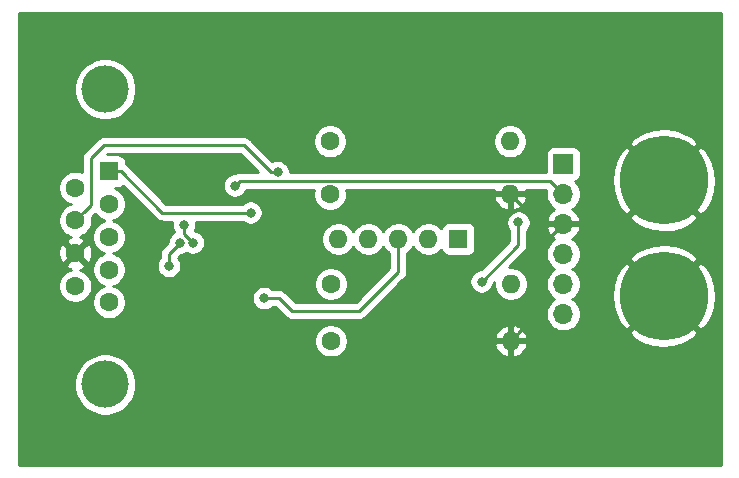
<source format=gbr>
G04 #@! TF.GenerationSoftware,KiCad,Pcbnew,(5.1.5-0-10_14)*
G04 #@! TF.CreationDate,2020-10-19T13:07:17+11:00*
G04 #@! TF.ProjectId,Atari-Tandy Joystick Adapter,41746172-692d-4546-916e-6479204a6f79,rev?*
G04 #@! TF.SameCoordinates,Original*
G04 #@! TF.FileFunction,Copper,L2,Bot*
G04 #@! TF.FilePolarity,Positive*
%FSLAX46Y46*%
G04 Gerber Fmt 4.6, Leading zero omitted, Abs format (unit mm)*
G04 Created by KiCad (PCBNEW (5.1.5-0-10_14)) date 2020-10-19 13:07:17*
%MOMM*%
%LPD*%
G04 APERTURE LIST*
%ADD10O,1.600000X1.600000*%
%ADD11R,1.600000X1.600000*%
%ADD12C,7.500000*%
%ADD13C,1.600000*%
%ADD14C,4.000000*%
%ADD15O,1.700000X1.700000*%
%ADD16R,1.700000X1.700000*%
%ADD17C,0.800000*%
%ADD18C,0.250000*%
%ADD19C,0.254000*%
G04 APERTURE END LIST*
D10*
X79883000Y-53721000D03*
X82423000Y-53721000D03*
X84963000Y-53721000D03*
X87503000Y-53721000D03*
D11*
X90043000Y-53721000D03*
D12*
X107442000Y-58547000D03*
X107442000Y-48768000D03*
D10*
X94488000Y-62357000D03*
D13*
X79248000Y-62357000D03*
D10*
X94488000Y-57531000D03*
D13*
X79248000Y-57531000D03*
D10*
X94424500Y-49911000D03*
D13*
X79184500Y-49911000D03*
D10*
X94424500Y-45466000D03*
D13*
X79184500Y-45466000D03*
D14*
X60152000Y-66046000D03*
X60152000Y-41046000D03*
D13*
X57612000Y-57701000D03*
X57612000Y-54931000D03*
X57612000Y-52161000D03*
X57612000Y-49391000D03*
X60452000Y-59086000D03*
X60452000Y-56316000D03*
X60452000Y-53546000D03*
X60452000Y-50776000D03*
D11*
X60452000Y-48006000D03*
D15*
X98933000Y-60071000D03*
X98933000Y-57531000D03*
X98933000Y-54991000D03*
X98933000Y-52451000D03*
X98933000Y-49911000D03*
D16*
X98933000Y-47371000D03*
D17*
X74739500Y-48060999D03*
X70421500Y-58674000D03*
X71120000Y-49212500D03*
X92011500Y-57340500D03*
X95123000Y-52324000D03*
X65532000Y-56007000D03*
X66484500Y-54038500D03*
X73596500Y-58737500D03*
X66802000Y-52514500D03*
X67564000Y-54038500D03*
X72453500Y-51498500D03*
D18*
X58411999Y-51361001D02*
X57612000Y-52161000D01*
X74173815Y-48060999D02*
X71896316Y-45783500D01*
X60007500Y-45783500D02*
X58928000Y-46863000D01*
X71896316Y-45783500D02*
X60007500Y-45783500D01*
X58928000Y-46863000D02*
X58928000Y-50845000D01*
X58928000Y-50845000D02*
X58411999Y-51361001D01*
X74739500Y-48060999D02*
X74173815Y-48060999D01*
X103759000Y-52451000D02*
X107442000Y-48768000D01*
X103692001Y-54797001D02*
X103692001Y-52701501D01*
X107442000Y-58547000D02*
X103692001Y-54797001D01*
X103505000Y-52514500D02*
X103759000Y-52451000D01*
X103692001Y-52701501D02*
X103505000Y-52514500D01*
X98933000Y-52451000D02*
X103505000Y-52514500D01*
X96964500Y-52451000D02*
X94424500Y-49911000D01*
X98933000Y-52451000D02*
X96964500Y-52451000D01*
X95287999Y-61557001D02*
X94488000Y-62357000D01*
X96710500Y-60134500D02*
X95287999Y-61557001D01*
X96710500Y-54673500D02*
X96710500Y-60134500D01*
X98933000Y-52451000D02*
X96710500Y-54673500D01*
X71564500Y-59817000D02*
X70421500Y-58674000D01*
X71691500Y-59944000D02*
X71564500Y-59817000D01*
X75501500Y-63754000D02*
X71564500Y-59817000D01*
X82423000Y-63754000D02*
X75501500Y-63754000D01*
X83820000Y-62357000D02*
X82423000Y-63754000D01*
X94488000Y-62357000D02*
X83820000Y-62357000D01*
X97807999Y-48785999D02*
X71582499Y-48785999D01*
X98933000Y-49911000D02*
X97807999Y-48785999D01*
X71546501Y-48785999D02*
X71120000Y-49212500D01*
X71582499Y-48785999D02*
X71546501Y-48785999D01*
X92011500Y-57340500D02*
X95123000Y-54229000D01*
X95123000Y-54229000D02*
X95123000Y-52324000D01*
X65532000Y-54991000D02*
X66484500Y-54038500D01*
X65532000Y-56007000D02*
X65532000Y-54991000D01*
X73596500Y-58737500D02*
X74866500Y-58737500D01*
X74866500Y-58737500D02*
X75946000Y-59817000D01*
X75946000Y-59817000D02*
X81661000Y-59817000D01*
X84963000Y-56515000D02*
X84963000Y-53721000D01*
X81661000Y-59817000D02*
X84963000Y-56515000D01*
X66802000Y-53276500D02*
X67564000Y-54038500D01*
X66802000Y-52514500D02*
X66802000Y-53276500D01*
X64994500Y-51498500D02*
X72453500Y-51498500D01*
X61502000Y-48006000D02*
X64994500Y-51498500D01*
X60452000Y-48006000D02*
X61502000Y-48006000D01*
D19*
G36*
X112243001Y-72873000D02*
G01*
X52857000Y-72873000D01*
X52857000Y-65786475D01*
X57517000Y-65786475D01*
X57517000Y-66305525D01*
X57618261Y-66814601D01*
X57816893Y-67294141D01*
X58105262Y-67725715D01*
X58472285Y-68092738D01*
X58903859Y-68381107D01*
X59383399Y-68579739D01*
X59892475Y-68681000D01*
X60411525Y-68681000D01*
X60920601Y-68579739D01*
X61400141Y-68381107D01*
X61831715Y-68092738D01*
X62198738Y-67725715D01*
X62487107Y-67294141D01*
X62685739Y-66814601D01*
X62787000Y-66305525D01*
X62787000Y-65786475D01*
X62685739Y-65277399D01*
X62487107Y-64797859D01*
X62198738Y-64366285D01*
X61831715Y-63999262D01*
X61400141Y-63710893D01*
X60920601Y-63512261D01*
X60411525Y-63411000D01*
X59892475Y-63411000D01*
X59383399Y-63512261D01*
X58903859Y-63710893D01*
X58472285Y-63999262D01*
X58105262Y-64366285D01*
X57816893Y-64797859D01*
X57618261Y-65277399D01*
X57517000Y-65786475D01*
X52857000Y-65786475D01*
X52857000Y-62215665D01*
X77813000Y-62215665D01*
X77813000Y-62498335D01*
X77868147Y-62775574D01*
X77976320Y-63036727D01*
X78133363Y-63271759D01*
X78333241Y-63471637D01*
X78568273Y-63628680D01*
X78829426Y-63736853D01*
X79106665Y-63792000D01*
X79389335Y-63792000D01*
X79666574Y-63736853D01*
X79927727Y-63628680D01*
X80162759Y-63471637D01*
X80362637Y-63271759D01*
X80519680Y-63036727D01*
X80627853Y-62775574D01*
X80641684Y-62706039D01*
X93096096Y-62706039D01*
X93136754Y-62840087D01*
X93256963Y-63094420D01*
X93424481Y-63320414D01*
X93632869Y-63509385D01*
X93874119Y-63654070D01*
X94138960Y-63748909D01*
X94361000Y-63627624D01*
X94361000Y-62484000D01*
X94615000Y-62484000D01*
X94615000Y-63627624D01*
X94837040Y-63748909D01*
X95101881Y-63654070D01*
X95343131Y-63509385D01*
X95551519Y-63320414D01*
X95719037Y-63094420D01*
X95839246Y-62840087D01*
X95879904Y-62706039D01*
X95757915Y-62484000D01*
X94615000Y-62484000D01*
X94361000Y-62484000D01*
X93218085Y-62484000D01*
X93096096Y-62706039D01*
X80641684Y-62706039D01*
X80683000Y-62498335D01*
X80683000Y-62215665D01*
X80641685Y-62007961D01*
X93096096Y-62007961D01*
X93218085Y-62230000D01*
X94361000Y-62230000D01*
X94361000Y-61086376D01*
X94615000Y-61086376D01*
X94615000Y-62230000D01*
X95757915Y-62230000D01*
X95879904Y-62007961D01*
X95839246Y-61873913D01*
X95728156Y-61638872D01*
X104529733Y-61638872D01*
X104955912Y-62184872D01*
X105713395Y-62599983D01*
X106537307Y-62859339D01*
X107395986Y-62952976D01*
X108256434Y-62877293D01*
X109085583Y-62635199D01*
X109851570Y-62235999D01*
X109928088Y-62184872D01*
X110354267Y-61638872D01*
X107442000Y-58726605D01*
X104529733Y-61638872D01*
X95728156Y-61638872D01*
X95719037Y-61619580D01*
X95551519Y-61393586D01*
X95343131Y-61204615D01*
X95101881Y-61059930D01*
X94837040Y-60965091D01*
X94615000Y-61086376D01*
X94361000Y-61086376D01*
X94138960Y-60965091D01*
X93874119Y-61059930D01*
X93632869Y-61204615D01*
X93424481Y-61393586D01*
X93256963Y-61619580D01*
X93136754Y-61873913D01*
X93096096Y-62007961D01*
X80641685Y-62007961D01*
X80627853Y-61938426D01*
X80519680Y-61677273D01*
X80362637Y-61442241D01*
X80162759Y-61242363D01*
X79927727Y-61085320D01*
X79666574Y-60977147D01*
X79389335Y-60922000D01*
X79106665Y-60922000D01*
X78829426Y-60977147D01*
X78568273Y-61085320D01*
X78333241Y-61242363D01*
X78133363Y-61442241D01*
X77976320Y-61677273D01*
X77868147Y-61938426D01*
X77813000Y-62215665D01*
X52857000Y-62215665D01*
X52857000Y-57559665D01*
X56177000Y-57559665D01*
X56177000Y-57842335D01*
X56232147Y-58119574D01*
X56340320Y-58380727D01*
X56497363Y-58615759D01*
X56697241Y-58815637D01*
X56932273Y-58972680D01*
X57193426Y-59080853D01*
X57470665Y-59136000D01*
X57753335Y-59136000D01*
X58030574Y-59080853D01*
X58291727Y-58972680D01*
X58526759Y-58815637D01*
X58726637Y-58615759D01*
X58883680Y-58380727D01*
X58991853Y-58119574D01*
X59047000Y-57842335D01*
X59047000Y-57559665D01*
X58991853Y-57282426D01*
X58883680Y-57021273D01*
X58726637Y-56786241D01*
X58526759Y-56586363D01*
X58291727Y-56429320D01*
X58030574Y-56321147D01*
X58002118Y-56315487D01*
X58228292Y-56234603D01*
X58353514Y-56167671D01*
X58425097Y-55923702D01*
X57612000Y-55110605D01*
X56798903Y-55923702D01*
X56870486Y-56167671D01*
X57125996Y-56288571D01*
X57228289Y-56314212D01*
X57193426Y-56321147D01*
X56932273Y-56429320D01*
X56697241Y-56586363D01*
X56497363Y-56786241D01*
X56340320Y-57021273D01*
X56232147Y-57282426D01*
X56177000Y-57559665D01*
X52857000Y-57559665D01*
X52857000Y-55001512D01*
X56171783Y-55001512D01*
X56213213Y-55281130D01*
X56308397Y-55547292D01*
X56375329Y-55672514D01*
X56619298Y-55744097D01*
X57432395Y-54931000D01*
X57791605Y-54931000D01*
X58604702Y-55744097D01*
X58848671Y-55672514D01*
X58969571Y-55417004D01*
X59038300Y-55142816D01*
X59052217Y-54860488D01*
X59010787Y-54580870D01*
X58915603Y-54314708D01*
X58848671Y-54189486D01*
X58604702Y-54117903D01*
X57791605Y-54931000D01*
X57432395Y-54931000D01*
X56619298Y-54117903D01*
X56375329Y-54189486D01*
X56254429Y-54444996D01*
X56185700Y-54719184D01*
X56171783Y-55001512D01*
X52857000Y-55001512D01*
X52857000Y-49249665D01*
X56177000Y-49249665D01*
X56177000Y-49532335D01*
X56232147Y-49809574D01*
X56340320Y-50070727D01*
X56497363Y-50305759D01*
X56697241Y-50505637D01*
X56932273Y-50662680D01*
X57193426Y-50770853D01*
X57219301Y-50776000D01*
X57193426Y-50781147D01*
X56932273Y-50889320D01*
X56697241Y-51046363D01*
X56497363Y-51246241D01*
X56340320Y-51481273D01*
X56232147Y-51742426D01*
X56177000Y-52019665D01*
X56177000Y-52302335D01*
X56232147Y-52579574D01*
X56340320Y-52840727D01*
X56497363Y-53075759D01*
X56697241Y-53275637D01*
X56932273Y-53432680D01*
X57193426Y-53540853D01*
X57221882Y-53546513D01*
X56995708Y-53627397D01*
X56870486Y-53694329D01*
X56798903Y-53938298D01*
X57612000Y-54751395D01*
X58425097Y-53938298D01*
X58353514Y-53694329D01*
X58098004Y-53573429D01*
X57995711Y-53547788D01*
X58030574Y-53540853D01*
X58291727Y-53432680D01*
X58526759Y-53275637D01*
X58726637Y-53075759D01*
X58883680Y-52840727D01*
X58991853Y-52579574D01*
X59047000Y-52302335D01*
X59047000Y-52019665D01*
X59010688Y-51837113D01*
X59265137Y-51582665D01*
X59337363Y-51690759D01*
X59537241Y-51890637D01*
X59772273Y-52047680D01*
X60033426Y-52155853D01*
X60059301Y-52161000D01*
X60033426Y-52166147D01*
X59772273Y-52274320D01*
X59537241Y-52431363D01*
X59337363Y-52631241D01*
X59180320Y-52866273D01*
X59072147Y-53127426D01*
X59017000Y-53404665D01*
X59017000Y-53687335D01*
X59072147Y-53964574D01*
X59180320Y-54225727D01*
X59337363Y-54460759D01*
X59537241Y-54660637D01*
X59772273Y-54817680D01*
X60033426Y-54925853D01*
X60059301Y-54931000D01*
X60033426Y-54936147D01*
X59772273Y-55044320D01*
X59537241Y-55201363D01*
X59337363Y-55401241D01*
X59180320Y-55636273D01*
X59072147Y-55897426D01*
X59017000Y-56174665D01*
X59017000Y-56457335D01*
X59072147Y-56734574D01*
X59180320Y-56995727D01*
X59337363Y-57230759D01*
X59537241Y-57430637D01*
X59772273Y-57587680D01*
X60033426Y-57695853D01*
X60059301Y-57701000D01*
X60033426Y-57706147D01*
X59772273Y-57814320D01*
X59537241Y-57971363D01*
X59337363Y-58171241D01*
X59180320Y-58406273D01*
X59072147Y-58667426D01*
X59017000Y-58944665D01*
X59017000Y-59227335D01*
X59072147Y-59504574D01*
X59180320Y-59765727D01*
X59337363Y-60000759D01*
X59537241Y-60200637D01*
X59772273Y-60357680D01*
X60033426Y-60465853D01*
X60310665Y-60521000D01*
X60593335Y-60521000D01*
X60870574Y-60465853D01*
X61131727Y-60357680D01*
X61366759Y-60200637D01*
X61566637Y-60000759D01*
X61723680Y-59765727D01*
X61831853Y-59504574D01*
X61887000Y-59227335D01*
X61887000Y-58944665D01*
X61831853Y-58667426D01*
X61818655Y-58635561D01*
X72561500Y-58635561D01*
X72561500Y-58839439D01*
X72601274Y-59039398D01*
X72679295Y-59227756D01*
X72792563Y-59397274D01*
X72936726Y-59541437D01*
X73106244Y-59654705D01*
X73294602Y-59732726D01*
X73494561Y-59772500D01*
X73698439Y-59772500D01*
X73898398Y-59732726D01*
X74086756Y-59654705D01*
X74256274Y-59541437D01*
X74300211Y-59497500D01*
X74551699Y-59497500D01*
X75382201Y-60328003D01*
X75405999Y-60357001D01*
X75434997Y-60380799D01*
X75521724Y-60451974D01*
X75653753Y-60522546D01*
X75797014Y-60566003D01*
X75946000Y-60580677D01*
X75983333Y-60577000D01*
X81623678Y-60577000D01*
X81661000Y-60580676D01*
X81698322Y-60577000D01*
X81698333Y-60577000D01*
X81809986Y-60566003D01*
X81953247Y-60522546D01*
X82085276Y-60451974D01*
X82201001Y-60357001D01*
X82224804Y-60327997D01*
X85314240Y-57238561D01*
X90976500Y-57238561D01*
X90976500Y-57442439D01*
X91016274Y-57642398D01*
X91094295Y-57830756D01*
X91207563Y-58000274D01*
X91351726Y-58144437D01*
X91521244Y-58257705D01*
X91709602Y-58335726D01*
X91909561Y-58375500D01*
X92113439Y-58375500D01*
X92313398Y-58335726D01*
X92501756Y-58257705D01*
X92671274Y-58144437D01*
X92815437Y-58000274D01*
X92928705Y-57830756D01*
X93006726Y-57642398D01*
X93046500Y-57442439D01*
X93046500Y-57380301D01*
X93056939Y-57369862D01*
X93053000Y-57389665D01*
X93053000Y-57672335D01*
X93108147Y-57949574D01*
X93216320Y-58210727D01*
X93373363Y-58445759D01*
X93573241Y-58645637D01*
X93808273Y-58802680D01*
X94069426Y-58910853D01*
X94346665Y-58966000D01*
X94629335Y-58966000D01*
X94906574Y-58910853D01*
X95167727Y-58802680D01*
X95402759Y-58645637D01*
X95602637Y-58445759D01*
X95759680Y-58210727D01*
X95867853Y-57949574D01*
X95923000Y-57672335D01*
X95923000Y-57389665D01*
X95867853Y-57112426D01*
X95759680Y-56851273D01*
X95602637Y-56616241D01*
X95402759Y-56416363D01*
X95167727Y-56259320D01*
X94906574Y-56151147D01*
X94629335Y-56096000D01*
X94346665Y-56096000D01*
X94326863Y-56099939D01*
X95582062Y-54844740D01*
X97448000Y-54844740D01*
X97448000Y-55137260D01*
X97505068Y-55424158D01*
X97617010Y-55694411D01*
X97779525Y-55937632D01*
X97986368Y-56144475D01*
X98160760Y-56261000D01*
X97986368Y-56377525D01*
X97779525Y-56584368D01*
X97617010Y-56827589D01*
X97505068Y-57097842D01*
X97448000Y-57384740D01*
X97448000Y-57677260D01*
X97505068Y-57964158D01*
X97617010Y-58234411D01*
X97779525Y-58477632D01*
X97986368Y-58684475D01*
X98160760Y-58801000D01*
X97986368Y-58917525D01*
X97779525Y-59124368D01*
X97617010Y-59367589D01*
X97505068Y-59637842D01*
X97448000Y-59924740D01*
X97448000Y-60217260D01*
X97505068Y-60504158D01*
X97617010Y-60774411D01*
X97779525Y-61017632D01*
X97986368Y-61224475D01*
X98229589Y-61386990D01*
X98499842Y-61498932D01*
X98786740Y-61556000D01*
X99079260Y-61556000D01*
X99366158Y-61498932D01*
X99636411Y-61386990D01*
X99879632Y-61224475D01*
X100086475Y-61017632D01*
X100248990Y-60774411D01*
X100360932Y-60504158D01*
X100418000Y-60217260D01*
X100418000Y-59924740D01*
X100360932Y-59637842D01*
X100248990Y-59367589D01*
X100086475Y-59124368D01*
X99879632Y-58917525D01*
X99705240Y-58801000D01*
X99879632Y-58684475D01*
X100063121Y-58500986D01*
X103036024Y-58500986D01*
X103111707Y-59361434D01*
X103353801Y-60190583D01*
X103753001Y-60956570D01*
X103804128Y-61033088D01*
X104350128Y-61459267D01*
X107262395Y-58547000D01*
X107621605Y-58547000D01*
X110533872Y-61459267D01*
X111079872Y-61033088D01*
X111494983Y-60275605D01*
X111754339Y-59451693D01*
X111847976Y-58593014D01*
X111772293Y-57732566D01*
X111530199Y-56903417D01*
X111130999Y-56137430D01*
X111079872Y-56060912D01*
X110533872Y-55634733D01*
X107621605Y-58547000D01*
X107262395Y-58547000D01*
X104350128Y-55634733D01*
X103804128Y-56060912D01*
X103389017Y-56818395D01*
X103129661Y-57642307D01*
X103036024Y-58500986D01*
X100063121Y-58500986D01*
X100086475Y-58477632D01*
X100248990Y-58234411D01*
X100360932Y-57964158D01*
X100418000Y-57677260D01*
X100418000Y-57384740D01*
X100360932Y-57097842D01*
X100248990Y-56827589D01*
X100086475Y-56584368D01*
X99879632Y-56377525D01*
X99705240Y-56261000D01*
X99879632Y-56144475D01*
X100086475Y-55937632D01*
X100248990Y-55694411D01*
X100348103Y-55455128D01*
X104529733Y-55455128D01*
X107442000Y-58367395D01*
X110354267Y-55455128D01*
X109928088Y-54909128D01*
X109170605Y-54494017D01*
X108346693Y-54234661D01*
X107488014Y-54141024D01*
X106627566Y-54216707D01*
X105798417Y-54458801D01*
X105032430Y-54858001D01*
X104955912Y-54909128D01*
X104529733Y-55455128D01*
X100348103Y-55455128D01*
X100360932Y-55424158D01*
X100418000Y-55137260D01*
X100418000Y-54844740D01*
X100360932Y-54557842D01*
X100248990Y-54287589D01*
X100086475Y-54044368D01*
X99879632Y-53837525D01*
X99697466Y-53715805D01*
X99814355Y-53646178D01*
X100030588Y-53451269D01*
X100204641Y-53217920D01*
X100329825Y-52955099D01*
X100374476Y-52807890D01*
X100253155Y-52578000D01*
X99060000Y-52578000D01*
X99060000Y-52598000D01*
X98806000Y-52598000D01*
X98806000Y-52578000D01*
X97612845Y-52578000D01*
X97491524Y-52807890D01*
X97536175Y-52955099D01*
X97661359Y-53217920D01*
X97835412Y-53451269D01*
X98051645Y-53646178D01*
X98168534Y-53715805D01*
X97986368Y-53837525D01*
X97779525Y-54044368D01*
X97617010Y-54287589D01*
X97505068Y-54557842D01*
X97448000Y-54844740D01*
X95582062Y-54844740D01*
X95634009Y-54792794D01*
X95663001Y-54769001D01*
X95686795Y-54740008D01*
X95686799Y-54740004D01*
X95757973Y-54653277D01*
X95757974Y-54653276D01*
X95828546Y-54521247D01*
X95872003Y-54377986D01*
X95883000Y-54266333D01*
X95883000Y-54266324D01*
X95886676Y-54229001D01*
X95883000Y-54191678D01*
X95883000Y-53027711D01*
X95926937Y-52983774D01*
X96040205Y-52814256D01*
X96118226Y-52625898D01*
X96158000Y-52425939D01*
X96158000Y-52222061D01*
X96118226Y-52022102D01*
X96040205Y-51833744D01*
X95926937Y-51664226D01*
X95782774Y-51520063D01*
X95613256Y-51406795D01*
X95424898Y-51328774D01*
X95224939Y-51289000D01*
X95021061Y-51289000D01*
X94821102Y-51328774D01*
X94632744Y-51406795D01*
X94463226Y-51520063D01*
X94319063Y-51664226D01*
X94205795Y-51833744D01*
X94127774Y-52022102D01*
X94088000Y-52222061D01*
X94088000Y-52425939D01*
X94127774Y-52625898D01*
X94205795Y-52814256D01*
X94319063Y-52983774D01*
X94363001Y-53027712D01*
X94363000Y-53914197D01*
X91971699Y-56305500D01*
X91909561Y-56305500D01*
X91709602Y-56345274D01*
X91521244Y-56423295D01*
X91351726Y-56536563D01*
X91207563Y-56680726D01*
X91094295Y-56850244D01*
X91016274Y-57038602D01*
X90976500Y-57238561D01*
X85314240Y-57238561D01*
X85474004Y-57078798D01*
X85503001Y-57055001D01*
X85597974Y-56939276D01*
X85668546Y-56807247D01*
X85712003Y-56663986D01*
X85723000Y-56552333D01*
X85723000Y-56552324D01*
X85726676Y-56515001D01*
X85723000Y-56477678D01*
X85723000Y-54939043D01*
X85877759Y-54835637D01*
X86077637Y-54635759D01*
X86233000Y-54403241D01*
X86388363Y-54635759D01*
X86588241Y-54835637D01*
X86823273Y-54992680D01*
X87084426Y-55100853D01*
X87361665Y-55156000D01*
X87644335Y-55156000D01*
X87921574Y-55100853D01*
X88182727Y-54992680D01*
X88417759Y-54835637D01*
X88616357Y-54637039D01*
X88617188Y-54645482D01*
X88653498Y-54765180D01*
X88712463Y-54875494D01*
X88791815Y-54972185D01*
X88888506Y-55051537D01*
X88998820Y-55110502D01*
X89118518Y-55146812D01*
X89243000Y-55159072D01*
X90843000Y-55159072D01*
X90967482Y-55146812D01*
X91087180Y-55110502D01*
X91197494Y-55051537D01*
X91294185Y-54972185D01*
X91373537Y-54875494D01*
X91432502Y-54765180D01*
X91468812Y-54645482D01*
X91481072Y-54521000D01*
X91481072Y-52921000D01*
X91468812Y-52796518D01*
X91432502Y-52676820D01*
X91373537Y-52566506D01*
X91294185Y-52469815D01*
X91197494Y-52390463D01*
X91087180Y-52331498D01*
X90967482Y-52295188D01*
X90843000Y-52282928D01*
X89243000Y-52282928D01*
X89118518Y-52295188D01*
X88998820Y-52331498D01*
X88888506Y-52390463D01*
X88791815Y-52469815D01*
X88712463Y-52566506D01*
X88653498Y-52676820D01*
X88617188Y-52796518D01*
X88616357Y-52804961D01*
X88417759Y-52606363D01*
X88182727Y-52449320D01*
X87921574Y-52341147D01*
X87644335Y-52286000D01*
X87361665Y-52286000D01*
X87084426Y-52341147D01*
X86823273Y-52449320D01*
X86588241Y-52606363D01*
X86388363Y-52806241D01*
X86233000Y-53038759D01*
X86077637Y-52806241D01*
X85877759Y-52606363D01*
X85642727Y-52449320D01*
X85381574Y-52341147D01*
X85104335Y-52286000D01*
X84821665Y-52286000D01*
X84544426Y-52341147D01*
X84283273Y-52449320D01*
X84048241Y-52606363D01*
X83848363Y-52806241D01*
X83693000Y-53038759D01*
X83537637Y-52806241D01*
X83337759Y-52606363D01*
X83102727Y-52449320D01*
X82841574Y-52341147D01*
X82564335Y-52286000D01*
X82281665Y-52286000D01*
X82004426Y-52341147D01*
X81743273Y-52449320D01*
X81508241Y-52606363D01*
X81308363Y-52806241D01*
X81153000Y-53038759D01*
X80997637Y-52806241D01*
X80797759Y-52606363D01*
X80562727Y-52449320D01*
X80301574Y-52341147D01*
X80024335Y-52286000D01*
X79741665Y-52286000D01*
X79464426Y-52341147D01*
X79203273Y-52449320D01*
X78968241Y-52606363D01*
X78768363Y-52806241D01*
X78611320Y-53041273D01*
X78503147Y-53302426D01*
X78448000Y-53579665D01*
X78448000Y-53862335D01*
X78503147Y-54139574D01*
X78611320Y-54400727D01*
X78768363Y-54635759D01*
X78968241Y-54835637D01*
X79203273Y-54992680D01*
X79464426Y-55100853D01*
X79741665Y-55156000D01*
X80024335Y-55156000D01*
X80301574Y-55100853D01*
X80562727Y-54992680D01*
X80797759Y-54835637D01*
X80997637Y-54635759D01*
X81153000Y-54403241D01*
X81308363Y-54635759D01*
X81508241Y-54835637D01*
X81743273Y-54992680D01*
X82004426Y-55100853D01*
X82281665Y-55156000D01*
X82564335Y-55156000D01*
X82841574Y-55100853D01*
X83102727Y-54992680D01*
X83337759Y-54835637D01*
X83537637Y-54635759D01*
X83693000Y-54403241D01*
X83848363Y-54635759D01*
X84048241Y-54835637D01*
X84203001Y-54939044D01*
X84203000Y-56200198D01*
X81346199Y-59057000D01*
X76260802Y-59057000D01*
X75430304Y-58226502D01*
X75406501Y-58197499D01*
X75290776Y-58102526D01*
X75158747Y-58031954D01*
X75015486Y-57988497D01*
X74903833Y-57977500D01*
X74903822Y-57977500D01*
X74866500Y-57973824D01*
X74829178Y-57977500D01*
X74300211Y-57977500D01*
X74256274Y-57933563D01*
X74086756Y-57820295D01*
X73898398Y-57742274D01*
X73698439Y-57702500D01*
X73494561Y-57702500D01*
X73294602Y-57742274D01*
X73106244Y-57820295D01*
X72936726Y-57933563D01*
X72792563Y-58077726D01*
X72679295Y-58247244D01*
X72601274Y-58435602D01*
X72561500Y-58635561D01*
X61818655Y-58635561D01*
X61723680Y-58406273D01*
X61566637Y-58171241D01*
X61366759Y-57971363D01*
X61131727Y-57814320D01*
X60870574Y-57706147D01*
X60844699Y-57701000D01*
X60870574Y-57695853D01*
X61131727Y-57587680D01*
X61366759Y-57430637D01*
X61407731Y-57389665D01*
X77813000Y-57389665D01*
X77813000Y-57672335D01*
X77868147Y-57949574D01*
X77976320Y-58210727D01*
X78133363Y-58445759D01*
X78333241Y-58645637D01*
X78568273Y-58802680D01*
X78829426Y-58910853D01*
X79106665Y-58966000D01*
X79389335Y-58966000D01*
X79666574Y-58910853D01*
X79927727Y-58802680D01*
X80162759Y-58645637D01*
X80362637Y-58445759D01*
X80519680Y-58210727D01*
X80627853Y-57949574D01*
X80683000Y-57672335D01*
X80683000Y-57389665D01*
X80627853Y-57112426D01*
X80519680Y-56851273D01*
X80362637Y-56616241D01*
X80162759Y-56416363D01*
X79927727Y-56259320D01*
X79666574Y-56151147D01*
X79389335Y-56096000D01*
X79106665Y-56096000D01*
X78829426Y-56151147D01*
X78568273Y-56259320D01*
X78333241Y-56416363D01*
X78133363Y-56616241D01*
X77976320Y-56851273D01*
X77868147Y-57112426D01*
X77813000Y-57389665D01*
X61407731Y-57389665D01*
X61566637Y-57230759D01*
X61723680Y-56995727D01*
X61831853Y-56734574D01*
X61887000Y-56457335D01*
X61887000Y-56174665D01*
X61831853Y-55897426D01*
X61723680Y-55636273D01*
X61566637Y-55401241D01*
X61366759Y-55201363D01*
X61131727Y-55044320D01*
X60870574Y-54936147D01*
X60844699Y-54931000D01*
X60870574Y-54925853D01*
X61131727Y-54817680D01*
X61366759Y-54660637D01*
X61566637Y-54460759D01*
X61723680Y-54225727D01*
X61831853Y-53964574D01*
X61887000Y-53687335D01*
X61887000Y-53404665D01*
X61831853Y-53127426D01*
X61723680Y-52866273D01*
X61566637Y-52631241D01*
X61366759Y-52431363D01*
X61131727Y-52274320D01*
X60870574Y-52166147D01*
X60844699Y-52161000D01*
X60870574Y-52155853D01*
X61131727Y-52047680D01*
X61366759Y-51890637D01*
X61566637Y-51690759D01*
X61723680Y-51455727D01*
X61831853Y-51194574D01*
X61887000Y-50917335D01*
X61887000Y-50634665D01*
X61831853Y-50357426D01*
X61723680Y-50096273D01*
X61566637Y-49861241D01*
X61366759Y-49661363D01*
X61131727Y-49504320D01*
X60986275Y-49444072D01*
X61252000Y-49444072D01*
X61376482Y-49431812D01*
X61496180Y-49395502D01*
X61606494Y-49336537D01*
X61689563Y-49268364D01*
X64430701Y-52009503D01*
X64454499Y-52038501D01*
X64570224Y-52133474D01*
X64702253Y-52204046D01*
X64845514Y-52247503D01*
X64957167Y-52258500D01*
X64957177Y-52258500D01*
X64994500Y-52262176D01*
X65031823Y-52258500D01*
X65797644Y-52258500D01*
X65767000Y-52412561D01*
X65767000Y-52616439D01*
X65806774Y-52816398D01*
X65884795Y-53004756D01*
X65972411Y-53135883D01*
X65824726Y-53234563D01*
X65680563Y-53378726D01*
X65567295Y-53548244D01*
X65489274Y-53736602D01*
X65449500Y-53936561D01*
X65449500Y-53998698D01*
X65020998Y-54427201D01*
X64992000Y-54450999D01*
X64968202Y-54479997D01*
X64968201Y-54479998D01*
X64897026Y-54566724D01*
X64826454Y-54698754D01*
X64810486Y-54751395D01*
X64782998Y-54842014D01*
X64774234Y-54931000D01*
X64768324Y-54991000D01*
X64772001Y-55028332D01*
X64772001Y-55303288D01*
X64728063Y-55347226D01*
X64614795Y-55516744D01*
X64536774Y-55705102D01*
X64497000Y-55905061D01*
X64497000Y-56108939D01*
X64536774Y-56308898D01*
X64614795Y-56497256D01*
X64728063Y-56666774D01*
X64872226Y-56810937D01*
X65041744Y-56924205D01*
X65230102Y-57002226D01*
X65430061Y-57042000D01*
X65633939Y-57042000D01*
X65833898Y-57002226D01*
X66022256Y-56924205D01*
X66191774Y-56810937D01*
X66335937Y-56666774D01*
X66449205Y-56497256D01*
X66527226Y-56308898D01*
X66567000Y-56108939D01*
X66567000Y-55905061D01*
X66527226Y-55705102D01*
X66449205Y-55516744D01*
X66335937Y-55347226D01*
X66293256Y-55304545D01*
X66524302Y-55073500D01*
X66586439Y-55073500D01*
X66786398Y-55033726D01*
X66974756Y-54955705D01*
X67024250Y-54922634D01*
X67073744Y-54955705D01*
X67262102Y-55033726D01*
X67462061Y-55073500D01*
X67665939Y-55073500D01*
X67865898Y-55033726D01*
X68054256Y-54955705D01*
X68223774Y-54842437D01*
X68367937Y-54698274D01*
X68481205Y-54528756D01*
X68559226Y-54340398D01*
X68599000Y-54140439D01*
X68599000Y-53936561D01*
X68559226Y-53736602D01*
X68481205Y-53548244D01*
X68367937Y-53378726D01*
X68223774Y-53234563D01*
X68054256Y-53121295D01*
X67865898Y-53043274D01*
X67713697Y-53013000D01*
X67719205Y-53004756D01*
X67797226Y-52816398D01*
X67837000Y-52616439D01*
X67837000Y-52412561D01*
X67806356Y-52258500D01*
X71749789Y-52258500D01*
X71793726Y-52302437D01*
X71963244Y-52415705D01*
X72151602Y-52493726D01*
X72351561Y-52533500D01*
X72555439Y-52533500D01*
X72755398Y-52493726D01*
X72943756Y-52415705D01*
X73113274Y-52302437D01*
X73257437Y-52158274D01*
X73370705Y-51988756D01*
X73448726Y-51800398D01*
X73488500Y-51600439D01*
X73488500Y-51396561D01*
X73448726Y-51196602D01*
X73370705Y-51008244D01*
X73257437Y-50838726D01*
X73113274Y-50694563D01*
X72943756Y-50581295D01*
X72755398Y-50503274D01*
X72555439Y-50463500D01*
X72351561Y-50463500D01*
X72151602Y-50503274D01*
X71963244Y-50581295D01*
X71793726Y-50694563D01*
X71749789Y-50738500D01*
X65309302Y-50738500D01*
X62065804Y-47495003D01*
X62042001Y-47465999D01*
X61926276Y-47371026D01*
X61890072Y-47351674D01*
X61890072Y-47206000D01*
X61877812Y-47081518D01*
X61841502Y-46961820D01*
X61782537Y-46851506D01*
X61703185Y-46754815D01*
X61606494Y-46675463D01*
X61496180Y-46616498D01*
X61376482Y-46580188D01*
X61252000Y-46567928D01*
X60297874Y-46567928D01*
X60322302Y-46543500D01*
X71581515Y-46543500D01*
X73064013Y-48025999D01*
X71583823Y-48025999D01*
X71546500Y-48022323D01*
X71509177Y-48025999D01*
X71509168Y-48025999D01*
X71397515Y-48036996D01*
X71254254Y-48080453D01*
X71122225Y-48151025D01*
X71089965Y-48177500D01*
X71018061Y-48177500D01*
X70818102Y-48217274D01*
X70629744Y-48295295D01*
X70460226Y-48408563D01*
X70316063Y-48552726D01*
X70202795Y-48722244D01*
X70124774Y-48910602D01*
X70085000Y-49110561D01*
X70085000Y-49314439D01*
X70124774Y-49514398D01*
X70202795Y-49702756D01*
X70316063Y-49872274D01*
X70460226Y-50016437D01*
X70629744Y-50129705D01*
X70818102Y-50207726D01*
X71018061Y-50247500D01*
X71221939Y-50247500D01*
X71421898Y-50207726D01*
X71610256Y-50129705D01*
X71779774Y-50016437D01*
X71923937Y-49872274D01*
X72037205Y-49702756D01*
X72102136Y-49545999D01*
X77793991Y-49545999D01*
X77749500Y-49769665D01*
X77749500Y-50052335D01*
X77804647Y-50329574D01*
X77912820Y-50590727D01*
X78069863Y-50825759D01*
X78269741Y-51025637D01*
X78504773Y-51182680D01*
X78765926Y-51290853D01*
X79043165Y-51346000D01*
X79325835Y-51346000D01*
X79603074Y-51290853D01*
X79864227Y-51182680D01*
X80099259Y-51025637D01*
X80299137Y-50825759D01*
X80456180Y-50590727D01*
X80564353Y-50329574D01*
X80578184Y-50260039D01*
X93032596Y-50260039D01*
X93073254Y-50394087D01*
X93193463Y-50648420D01*
X93360981Y-50874414D01*
X93569369Y-51063385D01*
X93810619Y-51208070D01*
X94075460Y-51302909D01*
X94297500Y-51181624D01*
X94297500Y-50038000D01*
X94551500Y-50038000D01*
X94551500Y-51181624D01*
X94773540Y-51302909D01*
X95038381Y-51208070D01*
X95279631Y-51063385D01*
X95488019Y-50874414D01*
X95655537Y-50648420D01*
X95775746Y-50394087D01*
X95816404Y-50260039D01*
X95694415Y-50038000D01*
X94551500Y-50038000D01*
X94297500Y-50038000D01*
X93154585Y-50038000D01*
X93032596Y-50260039D01*
X80578184Y-50260039D01*
X80619500Y-50052335D01*
X80619500Y-49769665D01*
X80575009Y-49545999D01*
X93037437Y-49545999D01*
X93032596Y-49561961D01*
X93154585Y-49784000D01*
X94297500Y-49784000D01*
X94297500Y-49764000D01*
X94551500Y-49764000D01*
X94551500Y-49784000D01*
X95694415Y-49784000D01*
X95816404Y-49561961D01*
X95811563Y-49545999D01*
X97491511Y-49545999D01*
X97448000Y-49764740D01*
X97448000Y-50057260D01*
X97505068Y-50344158D01*
X97617010Y-50614411D01*
X97779525Y-50857632D01*
X97986368Y-51064475D01*
X98168534Y-51186195D01*
X98051645Y-51255822D01*
X97835412Y-51450731D01*
X97661359Y-51684080D01*
X97536175Y-51946901D01*
X97491524Y-52094110D01*
X97612845Y-52324000D01*
X98806000Y-52324000D01*
X98806000Y-52304000D01*
X99060000Y-52304000D01*
X99060000Y-52324000D01*
X100253155Y-52324000D01*
X100374476Y-52094110D01*
X100329825Y-51946901D01*
X100288373Y-51859872D01*
X104529733Y-51859872D01*
X104955912Y-52405872D01*
X105713395Y-52820983D01*
X106537307Y-53080339D01*
X107395986Y-53173976D01*
X108256434Y-53098293D01*
X109085583Y-52856199D01*
X109851570Y-52456999D01*
X109928088Y-52405872D01*
X110354267Y-51859872D01*
X107442000Y-48947605D01*
X104529733Y-51859872D01*
X100288373Y-51859872D01*
X100204641Y-51684080D01*
X100030588Y-51450731D01*
X99814355Y-51255822D01*
X99697466Y-51186195D01*
X99879632Y-51064475D01*
X100086475Y-50857632D01*
X100248990Y-50614411D01*
X100360932Y-50344158D01*
X100418000Y-50057260D01*
X100418000Y-49764740D01*
X100360932Y-49477842D01*
X100248990Y-49207589D01*
X100086475Y-48964368D01*
X99954620Y-48832513D01*
X100027180Y-48810502D01*
X100137494Y-48751537D01*
X100173502Y-48721986D01*
X103036024Y-48721986D01*
X103111707Y-49582434D01*
X103353801Y-50411583D01*
X103753001Y-51177570D01*
X103804128Y-51254088D01*
X104350128Y-51680267D01*
X107262395Y-48768000D01*
X107621605Y-48768000D01*
X110533872Y-51680267D01*
X111079872Y-51254088D01*
X111494983Y-50496605D01*
X111754339Y-49672693D01*
X111847976Y-48814014D01*
X111772293Y-47953566D01*
X111530199Y-47124417D01*
X111130999Y-46358430D01*
X111079872Y-46281912D01*
X110533872Y-45855733D01*
X107621605Y-48768000D01*
X107262395Y-48768000D01*
X104350128Y-45855733D01*
X103804128Y-46281912D01*
X103389017Y-47039395D01*
X103129661Y-47863307D01*
X103036024Y-48721986D01*
X100173502Y-48721986D01*
X100234185Y-48672185D01*
X100313537Y-48575494D01*
X100372502Y-48465180D01*
X100408812Y-48345482D01*
X100421072Y-48221000D01*
X100421072Y-46521000D01*
X100408812Y-46396518D01*
X100372502Y-46276820D01*
X100313537Y-46166506D01*
X100234185Y-46069815D01*
X100137494Y-45990463D01*
X100027180Y-45931498D01*
X99907482Y-45895188D01*
X99783000Y-45882928D01*
X98083000Y-45882928D01*
X97958518Y-45895188D01*
X97838820Y-45931498D01*
X97728506Y-45990463D01*
X97631815Y-46069815D01*
X97552463Y-46166506D01*
X97493498Y-46276820D01*
X97457188Y-46396518D01*
X97444928Y-46521000D01*
X97444928Y-48025999D01*
X75774500Y-48025999D01*
X75774500Y-47959060D01*
X75734726Y-47759101D01*
X75656705Y-47570743D01*
X75543437Y-47401225D01*
X75399274Y-47257062D01*
X75229756Y-47143794D01*
X75041398Y-47065773D01*
X74841439Y-47025999D01*
X74637561Y-47025999D01*
X74437602Y-47065773D01*
X74307345Y-47119727D01*
X72512283Y-45324665D01*
X77749500Y-45324665D01*
X77749500Y-45607335D01*
X77804647Y-45884574D01*
X77912820Y-46145727D01*
X78069863Y-46380759D01*
X78269741Y-46580637D01*
X78504773Y-46737680D01*
X78765926Y-46845853D01*
X79043165Y-46901000D01*
X79325835Y-46901000D01*
X79603074Y-46845853D01*
X79864227Y-46737680D01*
X80099259Y-46580637D01*
X80299137Y-46380759D01*
X80456180Y-46145727D01*
X80564353Y-45884574D01*
X80619500Y-45607335D01*
X80619500Y-45324665D01*
X92989500Y-45324665D01*
X92989500Y-45607335D01*
X93044647Y-45884574D01*
X93152820Y-46145727D01*
X93309863Y-46380759D01*
X93509741Y-46580637D01*
X93744773Y-46737680D01*
X94005926Y-46845853D01*
X94283165Y-46901000D01*
X94565835Y-46901000D01*
X94843074Y-46845853D01*
X95104227Y-46737680D01*
X95339259Y-46580637D01*
X95539137Y-46380759D01*
X95696180Y-46145727D01*
X95804353Y-45884574D01*
X95845816Y-45676128D01*
X104529733Y-45676128D01*
X107442000Y-48588395D01*
X110354267Y-45676128D01*
X109928088Y-45130128D01*
X109170605Y-44715017D01*
X108346693Y-44455661D01*
X107488014Y-44362024D01*
X106627566Y-44437707D01*
X105798417Y-44679801D01*
X105032430Y-45079001D01*
X104955912Y-45130128D01*
X104529733Y-45676128D01*
X95845816Y-45676128D01*
X95859500Y-45607335D01*
X95859500Y-45324665D01*
X95804353Y-45047426D01*
X95696180Y-44786273D01*
X95539137Y-44551241D01*
X95339259Y-44351363D01*
X95104227Y-44194320D01*
X94843074Y-44086147D01*
X94565835Y-44031000D01*
X94283165Y-44031000D01*
X94005926Y-44086147D01*
X93744773Y-44194320D01*
X93509741Y-44351363D01*
X93309863Y-44551241D01*
X93152820Y-44786273D01*
X93044647Y-45047426D01*
X92989500Y-45324665D01*
X80619500Y-45324665D01*
X80564353Y-45047426D01*
X80456180Y-44786273D01*
X80299137Y-44551241D01*
X80099259Y-44351363D01*
X79864227Y-44194320D01*
X79603074Y-44086147D01*
X79325835Y-44031000D01*
X79043165Y-44031000D01*
X78765926Y-44086147D01*
X78504773Y-44194320D01*
X78269741Y-44351363D01*
X78069863Y-44551241D01*
X77912820Y-44786273D01*
X77804647Y-45047426D01*
X77749500Y-45324665D01*
X72512283Y-45324665D01*
X72460120Y-45272503D01*
X72436317Y-45243499D01*
X72320592Y-45148526D01*
X72188563Y-45077954D01*
X72045302Y-45034497D01*
X71933649Y-45023500D01*
X71933638Y-45023500D01*
X71896316Y-45019824D01*
X71858994Y-45023500D01*
X60044833Y-45023500D01*
X60007500Y-45019823D01*
X59970167Y-45023500D01*
X59858514Y-45034497D01*
X59715253Y-45077954D01*
X59583224Y-45148526D01*
X59467499Y-45243499D01*
X59443701Y-45272497D01*
X58417002Y-46299196D01*
X58387999Y-46322999D01*
X58358922Y-46358430D01*
X58293026Y-46438724D01*
X58266128Y-46489046D01*
X58222454Y-46570754D01*
X58178997Y-46714015D01*
X58168000Y-46825668D01*
X58168000Y-46825678D01*
X58164324Y-46863000D01*
X58168000Y-46900323D01*
X58168000Y-48068071D01*
X58030574Y-48011147D01*
X57753335Y-47956000D01*
X57470665Y-47956000D01*
X57193426Y-48011147D01*
X56932273Y-48119320D01*
X56697241Y-48276363D01*
X56497363Y-48476241D01*
X56340320Y-48711273D01*
X56232147Y-48972426D01*
X56177000Y-49249665D01*
X52857000Y-49249665D01*
X52857000Y-40786475D01*
X57517000Y-40786475D01*
X57517000Y-41305525D01*
X57618261Y-41814601D01*
X57816893Y-42294141D01*
X58105262Y-42725715D01*
X58472285Y-43092738D01*
X58903859Y-43381107D01*
X59383399Y-43579739D01*
X59892475Y-43681000D01*
X60411525Y-43681000D01*
X60920601Y-43579739D01*
X61400141Y-43381107D01*
X61831715Y-43092738D01*
X62198738Y-42725715D01*
X62487107Y-42294141D01*
X62685739Y-41814601D01*
X62787000Y-41305525D01*
X62787000Y-40786475D01*
X62685739Y-40277399D01*
X62487107Y-39797859D01*
X62198738Y-39366285D01*
X61831715Y-38999262D01*
X61400141Y-38710893D01*
X60920601Y-38512261D01*
X60411525Y-38411000D01*
X59892475Y-38411000D01*
X59383399Y-38512261D01*
X58903859Y-38710893D01*
X58472285Y-38999262D01*
X58105262Y-39366285D01*
X57816893Y-39797859D01*
X57618261Y-40277399D01*
X57517000Y-40786475D01*
X52857000Y-40786475D01*
X52857000Y-34569000D01*
X112243000Y-34569000D01*
X112243001Y-72873000D01*
G37*
X112243001Y-72873000D02*
X52857000Y-72873000D01*
X52857000Y-65786475D01*
X57517000Y-65786475D01*
X57517000Y-66305525D01*
X57618261Y-66814601D01*
X57816893Y-67294141D01*
X58105262Y-67725715D01*
X58472285Y-68092738D01*
X58903859Y-68381107D01*
X59383399Y-68579739D01*
X59892475Y-68681000D01*
X60411525Y-68681000D01*
X60920601Y-68579739D01*
X61400141Y-68381107D01*
X61831715Y-68092738D01*
X62198738Y-67725715D01*
X62487107Y-67294141D01*
X62685739Y-66814601D01*
X62787000Y-66305525D01*
X62787000Y-65786475D01*
X62685739Y-65277399D01*
X62487107Y-64797859D01*
X62198738Y-64366285D01*
X61831715Y-63999262D01*
X61400141Y-63710893D01*
X60920601Y-63512261D01*
X60411525Y-63411000D01*
X59892475Y-63411000D01*
X59383399Y-63512261D01*
X58903859Y-63710893D01*
X58472285Y-63999262D01*
X58105262Y-64366285D01*
X57816893Y-64797859D01*
X57618261Y-65277399D01*
X57517000Y-65786475D01*
X52857000Y-65786475D01*
X52857000Y-62215665D01*
X77813000Y-62215665D01*
X77813000Y-62498335D01*
X77868147Y-62775574D01*
X77976320Y-63036727D01*
X78133363Y-63271759D01*
X78333241Y-63471637D01*
X78568273Y-63628680D01*
X78829426Y-63736853D01*
X79106665Y-63792000D01*
X79389335Y-63792000D01*
X79666574Y-63736853D01*
X79927727Y-63628680D01*
X80162759Y-63471637D01*
X80362637Y-63271759D01*
X80519680Y-63036727D01*
X80627853Y-62775574D01*
X80641684Y-62706039D01*
X93096096Y-62706039D01*
X93136754Y-62840087D01*
X93256963Y-63094420D01*
X93424481Y-63320414D01*
X93632869Y-63509385D01*
X93874119Y-63654070D01*
X94138960Y-63748909D01*
X94361000Y-63627624D01*
X94361000Y-62484000D01*
X94615000Y-62484000D01*
X94615000Y-63627624D01*
X94837040Y-63748909D01*
X95101881Y-63654070D01*
X95343131Y-63509385D01*
X95551519Y-63320414D01*
X95719037Y-63094420D01*
X95839246Y-62840087D01*
X95879904Y-62706039D01*
X95757915Y-62484000D01*
X94615000Y-62484000D01*
X94361000Y-62484000D01*
X93218085Y-62484000D01*
X93096096Y-62706039D01*
X80641684Y-62706039D01*
X80683000Y-62498335D01*
X80683000Y-62215665D01*
X80641685Y-62007961D01*
X93096096Y-62007961D01*
X93218085Y-62230000D01*
X94361000Y-62230000D01*
X94361000Y-61086376D01*
X94615000Y-61086376D01*
X94615000Y-62230000D01*
X95757915Y-62230000D01*
X95879904Y-62007961D01*
X95839246Y-61873913D01*
X95728156Y-61638872D01*
X104529733Y-61638872D01*
X104955912Y-62184872D01*
X105713395Y-62599983D01*
X106537307Y-62859339D01*
X107395986Y-62952976D01*
X108256434Y-62877293D01*
X109085583Y-62635199D01*
X109851570Y-62235999D01*
X109928088Y-62184872D01*
X110354267Y-61638872D01*
X107442000Y-58726605D01*
X104529733Y-61638872D01*
X95728156Y-61638872D01*
X95719037Y-61619580D01*
X95551519Y-61393586D01*
X95343131Y-61204615D01*
X95101881Y-61059930D01*
X94837040Y-60965091D01*
X94615000Y-61086376D01*
X94361000Y-61086376D01*
X94138960Y-60965091D01*
X93874119Y-61059930D01*
X93632869Y-61204615D01*
X93424481Y-61393586D01*
X93256963Y-61619580D01*
X93136754Y-61873913D01*
X93096096Y-62007961D01*
X80641685Y-62007961D01*
X80627853Y-61938426D01*
X80519680Y-61677273D01*
X80362637Y-61442241D01*
X80162759Y-61242363D01*
X79927727Y-61085320D01*
X79666574Y-60977147D01*
X79389335Y-60922000D01*
X79106665Y-60922000D01*
X78829426Y-60977147D01*
X78568273Y-61085320D01*
X78333241Y-61242363D01*
X78133363Y-61442241D01*
X77976320Y-61677273D01*
X77868147Y-61938426D01*
X77813000Y-62215665D01*
X52857000Y-62215665D01*
X52857000Y-57559665D01*
X56177000Y-57559665D01*
X56177000Y-57842335D01*
X56232147Y-58119574D01*
X56340320Y-58380727D01*
X56497363Y-58615759D01*
X56697241Y-58815637D01*
X56932273Y-58972680D01*
X57193426Y-59080853D01*
X57470665Y-59136000D01*
X57753335Y-59136000D01*
X58030574Y-59080853D01*
X58291727Y-58972680D01*
X58526759Y-58815637D01*
X58726637Y-58615759D01*
X58883680Y-58380727D01*
X58991853Y-58119574D01*
X59047000Y-57842335D01*
X59047000Y-57559665D01*
X58991853Y-57282426D01*
X58883680Y-57021273D01*
X58726637Y-56786241D01*
X58526759Y-56586363D01*
X58291727Y-56429320D01*
X58030574Y-56321147D01*
X58002118Y-56315487D01*
X58228292Y-56234603D01*
X58353514Y-56167671D01*
X58425097Y-55923702D01*
X57612000Y-55110605D01*
X56798903Y-55923702D01*
X56870486Y-56167671D01*
X57125996Y-56288571D01*
X57228289Y-56314212D01*
X57193426Y-56321147D01*
X56932273Y-56429320D01*
X56697241Y-56586363D01*
X56497363Y-56786241D01*
X56340320Y-57021273D01*
X56232147Y-57282426D01*
X56177000Y-57559665D01*
X52857000Y-57559665D01*
X52857000Y-55001512D01*
X56171783Y-55001512D01*
X56213213Y-55281130D01*
X56308397Y-55547292D01*
X56375329Y-55672514D01*
X56619298Y-55744097D01*
X57432395Y-54931000D01*
X57791605Y-54931000D01*
X58604702Y-55744097D01*
X58848671Y-55672514D01*
X58969571Y-55417004D01*
X59038300Y-55142816D01*
X59052217Y-54860488D01*
X59010787Y-54580870D01*
X58915603Y-54314708D01*
X58848671Y-54189486D01*
X58604702Y-54117903D01*
X57791605Y-54931000D01*
X57432395Y-54931000D01*
X56619298Y-54117903D01*
X56375329Y-54189486D01*
X56254429Y-54444996D01*
X56185700Y-54719184D01*
X56171783Y-55001512D01*
X52857000Y-55001512D01*
X52857000Y-49249665D01*
X56177000Y-49249665D01*
X56177000Y-49532335D01*
X56232147Y-49809574D01*
X56340320Y-50070727D01*
X56497363Y-50305759D01*
X56697241Y-50505637D01*
X56932273Y-50662680D01*
X57193426Y-50770853D01*
X57219301Y-50776000D01*
X57193426Y-50781147D01*
X56932273Y-50889320D01*
X56697241Y-51046363D01*
X56497363Y-51246241D01*
X56340320Y-51481273D01*
X56232147Y-51742426D01*
X56177000Y-52019665D01*
X56177000Y-52302335D01*
X56232147Y-52579574D01*
X56340320Y-52840727D01*
X56497363Y-53075759D01*
X56697241Y-53275637D01*
X56932273Y-53432680D01*
X57193426Y-53540853D01*
X57221882Y-53546513D01*
X56995708Y-53627397D01*
X56870486Y-53694329D01*
X56798903Y-53938298D01*
X57612000Y-54751395D01*
X58425097Y-53938298D01*
X58353514Y-53694329D01*
X58098004Y-53573429D01*
X57995711Y-53547788D01*
X58030574Y-53540853D01*
X58291727Y-53432680D01*
X58526759Y-53275637D01*
X58726637Y-53075759D01*
X58883680Y-52840727D01*
X58991853Y-52579574D01*
X59047000Y-52302335D01*
X59047000Y-52019665D01*
X59010688Y-51837113D01*
X59265137Y-51582665D01*
X59337363Y-51690759D01*
X59537241Y-51890637D01*
X59772273Y-52047680D01*
X60033426Y-52155853D01*
X60059301Y-52161000D01*
X60033426Y-52166147D01*
X59772273Y-52274320D01*
X59537241Y-52431363D01*
X59337363Y-52631241D01*
X59180320Y-52866273D01*
X59072147Y-53127426D01*
X59017000Y-53404665D01*
X59017000Y-53687335D01*
X59072147Y-53964574D01*
X59180320Y-54225727D01*
X59337363Y-54460759D01*
X59537241Y-54660637D01*
X59772273Y-54817680D01*
X60033426Y-54925853D01*
X60059301Y-54931000D01*
X60033426Y-54936147D01*
X59772273Y-55044320D01*
X59537241Y-55201363D01*
X59337363Y-55401241D01*
X59180320Y-55636273D01*
X59072147Y-55897426D01*
X59017000Y-56174665D01*
X59017000Y-56457335D01*
X59072147Y-56734574D01*
X59180320Y-56995727D01*
X59337363Y-57230759D01*
X59537241Y-57430637D01*
X59772273Y-57587680D01*
X60033426Y-57695853D01*
X60059301Y-57701000D01*
X60033426Y-57706147D01*
X59772273Y-57814320D01*
X59537241Y-57971363D01*
X59337363Y-58171241D01*
X59180320Y-58406273D01*
X59072147Y-58667426D01*
X59017000Y-58944665D01*
X59017000Y-59227335D01*
X59072147Y-59504574D01*
X59180320Y-59765727D01*
X59337363Y-60000759D01*
X59537241Y-60200637D01*
X59772273Y-60357680D01*
X60033426Y-60465853D01*
X60310665Y-60521000D01*
X60593335Y-60521000D01*
X60870574Y-60465853D01*
X61131727Y-60357680D01*
X61366759Y-60200637D01*
X61566637Y-60000759D01*
X61723680Y-59765727D01*
X61831853Y-59504574D01*
X61887000Y-59227335D01*
X61887000Y-58944665D01*
X61831853Y-58667426D01*
X61818655Y-58635561D01*
X72561500Y-58635561D01*
X72561500Y-58839439D01*
X72601274Y-59039398D01*
X72679295Y-59227756D01*
X72792563Y-59397274D01*
X72936726Y-59541437D01*
X73106244Y-59654705D01*
X73294602Y-59732726D01*
X73494561Y-59772500D01*
X73698439Y-59772500D01*
X73898398Y-59732726D01*
X74086756Y-59654705D01*
X74256274Y-59541437D01*
X74300211Y-59497500D01*
X74551699Y-59497500D01*
X75382201Y-60328003D01*
X75405999Y-60357001D01*
X75434997Y-60380799D01*
X75521724Y-60451974D01*
X75653753Y-60522546D01*
X75797014Y-60566003D01*
X75946000Y-60580677D01*
X75983333Y-60577000D01*
X81623678Y-60577000D01*
X81661000Y-60580676D01*
X81698322Y-60577000D01*
X81698333Y-60577000D01*
X81809986Y-60566003D01*
X81953247Y-60522546D01*
X82085276Y-60451974D01*
X82201001Y-60357001D01*
X82224804Y-60327997D01*
X85314240Y-57238561D01*
X90976500Y-57238561D01*
X90976500Y-57442439D01*
X91016274Y-57642398D01*
X91094295Y-57830756D01*
X91207563Y-58000274D01*
X91351726Y-58144437D01*
X91521244Y-58257705D01*
X91709602Y-58335726D01*
X91909561Y-58375500D01*
X92113439Y-58375500D01*
X92313398Y-58335726D01*
X92501756Y-58257705D01*
X92671274Y-58144437D01*
X92815437Y-58000274D01*
X92928705Y-57830756D01*
X93006726Y-57642398D01*
X93046500Y-57442439D01*
X93046500Y-57380301D01*
X93056939Y-57369862D01*
X93053000Y-57389665D01*
X93053000Y-57672335D01*
X93108147Y-57949574D01*
X93216320Y-58210727D01*
X93373363Y-58445759D01*
X93573241Y-58645637D01*
X93808273Y-58802680D01*
X94069426Y-58910853D01*
X94346665Y-58966000D01*
X94629335Y-58966000D01*
X94906574Y-58910853D01*
X95167727Y-58802680D01*
X95402759Y-58645637D01*
X95602637Y-58445759D01*
X95759680Y-58210727D01*
X95867853Y-57949574D01*
X95923000Y-57672335D01*
X95923000Y-57389665D01*
X95867853Y-57112426D01*
X95759680Y-56851273D01*
X95602637Y-56616241D01*
X95402759Y-56416363D01*
X95167727Y-56259320D01*
X94906574Y-56151147D01*
X94629335Y-56096000D01*
X94346665Y-56096000D01*
X94326863Y-56099939D01*
X95582062Y-54844740D01*
X97448000Y-54844740D01*
X97448000Y-55137260D01*
X97505068Y-55424158D01*
X97617010Y-55694411D01*
X97779525Y-55937632D01*
X97986368Y-56144475D01*
X98160760Y-56261000D01*
X97986368Y-56377525D01*
X97779525Y-56584368D01*
X97617010Y-56827589D01*
X97505068Y-57097842D01*
X97448000Y-57384740D01*
X97448000Y-57677260D01*
X97505068Y-57964158D01*
X97617010Y-58234411D01*
X97779525Y-58477632D01*
X97986368Y-58684475D01*
X98160760Y-58801000D01*
X97986368Y-58917525D01*
X97779525Y-59124368D01*
X97617010Y-59367589D01*
X97505068Y-59637842D01*
X97448000Y-59924740D01*
X97448000Y-60217260D01*
X97505068Y-60504158D01*
X97617010Y-60774411D01*
X97779525Y-61017632D01*
X97986368Y-61224475D01*
X98229589Y-61386990D01*
X98499842Y-61498932D01*
X98786740Y-61556000D01*
X99079260Y-61556000D01*
X99366158Y-61498932D01*
X99636411Y-61386990D01*
X99879632Y-61224475D01*
X100086475Y-61017632D01*
X100248990Y-60774411D01*
X100360932Y-60504158D01*
X100418000Y-60217260D01*
X100418000Y-59924740D01*
X100360932Y-59637842D01*
X100248990Y-59367589D01*
X100086475Y-59124368D01*
X99879632Y-58917525D01*
X99705240Y-58801000D01*
X99879632Y-58684475D01*
X100063121Y-58500986D01*
X103036024Y-58500986D01*
X103111707Y-59361434D01*
X103353801Y-60190583D01*
X103753001Y-60956570D01*
X103804128Y-61033088D01*
X104350128Y-61459267D01*
X107262395Y-58547000D01*
X107621605Y-58547000D01*
X110533872Y-61459267D01*
X111079872Y-61033088D01*
X111494983Y-60275605D01*
X111754339Y-59451693D01*
X111847976Y-58593014D01*
X111772293Y-57732566D01*
X111530199Y-56903417D01*
X111130999Y-56137430D01*
X111079872Y-56060912D01*
X110533872Y-55634733D01*
X107621605Y-58547000D01*
X107262395Y-58547000D01*
X104350128Y-55634733D01*
X103804128Y-56060912D01*
X103389017Y-56818395D01*
X103129661Y-57642307D01*
X103036024Y-58500986D01*
X100063121Y-58500986D01*
X100086475Y-58477632D01*
X100248990Y-58234411D01*
X100360932Y-57964158D01*
X100418000Y-57677260D01*
X100418000Y-57384740D01*
X100360932Y-57097842D01*
X100248990Y-56827589D01*
X100086475Y-56584368D01*
X99879632Y-56377525D01*
X99705240Y-56261000D01*
X99879632Y-56144475D01*
X100086475Y-55937632D01*
X100248990Y-55694411D01*
X100348103Y-55455128D01*
X104529733Y-55455128D01*
X107442000Y-58367395D01*
X110354267Y-55455128D01*
X109928088Y-54909128D01*
X109170605Y-54494017D01*
X108346693Y-54234661D01*
X107488014Y-54141024D01*
X106627566Y-54216707D01*
X105798417Y-54458801D01*
X105032430Y-54858001D01*
X104955912Y-54909128D01*
X104529733Y-55455128D01*
X100348103Y-55455128D01*
X100360932Y-55424158D01*
X100418000Y-55137260D01*
X100418000Y-54844740D01*
X100360932Y-54557842D01*
X100248990Y-54287589D01*
X100086475Y-54044368D01*
X99879632Y-53837525D01*
X99697466Y-53715805D01*
X99814355Y-53646178D01*
X100030588Y-53451269D01*
X100204641Y-53217920D01*
X100329825Y-52955099D01*
X100374476Y-52807890D01*
X100253155Y-52578000D01*
X99060000Y-52578000D01*
X99060000Y-52598000D01*
X98806000Y-52598000D01*
X98806000Y-52578000D01*
X97612845Y-52578000D01*
X97491524Y-52807890D01*
X97536175Y-52955099D01*
X97661359Y-53217920D01*
X97835412Y-53451269D01*
X98051645Y-53646178D01*
X98168534Y-53715805D01*
X97986368Y-53837525D01*
X97779525Y-54044368D01*
X97617010Y-54287589D01*
X97505068Y-54557842D01*
X97448000Y-54844740D01*
X95582062Y-54844740D01*
X95634009Y-54792794D01*
X95663001Y-54769001D01*
X95686795Y-54740008D01*
X95686799Y-54740004D01*
X95757973Y-54653277D01*
X95757974Y-54653276D01*
X95828546Y-54521247D01*
X95872003Y-54377986D01*
X95883000Y-54266333D01*
X95883000Y-54266324D01*
X95886676Y-54229001D01*
X95883000Y-54191678D01*
X95883000Y-53027711D01*
X95926937Y-52983774D01*
X96040205Y-52814256D01*
X96118226Y-52625898D01*
X96158000Y-52425939D01*
X96158000Y-52222061D01*
X96118226Y-52022102D01*
X96040205Y-51833744D01*
X95926937Y-51664226D01*
X95782774Y-51520063D01*
X95613256Y-51406795D01*
X95424898Y-51328774D01*
X95224939Y-51289000D01*
X95021061Y-51289000D01*
X94821102Y-51328774D01*
X94632744Y-51406795D01*
X94463226Y-51520063D01*
X94319063Y-51664226D01*
X94205795Y-51833744D01*
X94127774Y-52022102D01*
X94088000Y-52222061D01*
X94088000Y-52425939D01*
X94127774Y-52625898D01*
X94205795Y-52814256D01*
X94319063Y-52983774D01*
X94363001Y-53027712D01*
X94363000Y-53914197D01*
X91971699Y-56305500D01*
X91909561Y-56305500D01*
X91709602Y-56345274D01*
X91521244Y-56423295D01*
X91351726Y-56536563D01*
X91207563Y-56680726D01*
X91094295Y-56850244D01*
X91016274Y-57038602D01*
X90976500Y-57238561D01*
X85314240Y-57238561D01*
X85474004Y-57078798D01*
X85503001Y-57055001D01*
X85597974Y-56939276D01*
X85668546Y-56807247D01*
X85712003Y-56663986D01*
X85723000Y-56552333D01*
X85723000Y-56552324D01*
X85726676Y-56515001D01*
X85723000Y-56477678D01*
X85723000Y-54939043D01*
X85877759Y-54835637D01*
X86077637Y-54635759D01*
X86233000Y-54403241D01*
X86388363Y-54635759D01*
X86588241Y-54835637D01*
X86823273Y-54992680D01*
X87084426Y-55100853D01*
X87361665Y-55156000D01*
X87644335Y-55156000D01*
X87921574Y-55100853D01*
X88182727Y-54992680D01*
X88417759Y-54835637D01*
X88616357Y-54637039D01*
X88617188Y-54645482D01*
X88653498Y-54765180D01*
X88712463Y-54875494D01*
X88791815Y-54972185D01*
X88888506Y-55051537D01*
X88998820Y-55110502D01*
X89118518Y-55146812D01*
X89243000Y-55159072D01*
X90843000Y-55159072D01*
X90967482Y-55146812D01*
X91087180Y-55110502D01*
X91197494Y-55051537D01*
X91294185Y-54972185D01*
X91373537Y-54875494D01*
X91432502Y-54765180D01*
X91468812Y-54645482D01*
X91481072Y-54521000D01*
X91481072Y-52921000D01*
X91468812Y-52796518D01*
X91432502Y-52676820D01*
X91373537Y-52566506D01*
X91294185Y-52469815D01*
X91197494Y-52390463D01*
X91087180Y-52331498D01*
X90967482Y-52295188D01*
X90843000Y-52282928D01*
X89243000Y-52282928D01*
X89118518Y-52295188D01*
X88998820Y-52331498D01*
X88888506Y-52390463D01*
X88791815Y-52469815D01*
X88712463Y-52566506D01*
X88653498Y-52676820D01*
X88617188Y-52796518D01*
X88616357Y-52804961D01*
X88417759Y-52606363D01*
X88182727Y-52449320D01*
X87921574Y-52341147D01*
X87644335Y-52286000D01*
X87361665Y-52286000D01*
X87084426Y-52341147D01*
X86823273Y-52449320D01*
X86588241Y-52606363D01*
X86388363Y-52806241D01*
X86233000Y-53038759D01*
X86077637Y-52806241D01*
X85877759Y-52606363D01*
X85642727Y-52449320D01*
X85381574Y-52341147D01*
X85104335Y-52286000D01*
X84821665Y-52286000D01*
X84544426Y-52341147D01*
X84283273Y-52449320D01*
X84048241Y-52606363D01*
X83848363Y-52806241D01*
X83693000Y-53038759D01*
X83537637Y-52806241D01*
X83337759Y-52606363D01*
X83102727Y-52449320D01*
X82841574Y-52341147D01*
X82564335Y-52286000D01*
X82281665Y-52286000D01*
X82004426Y-52341147D01*
X81743273Y-52449320D01*
X81508241Y-52606363D01*
X81308363Y-52806241D01*
X81153000Y-53038759D01*
X80997637Y-52806241D01*
X80797759Y-52606363D01*
X80562727Y-52449320D01*
X80301574Y-52341147D01*
X80024335Y-52286000D01*
X79741665Y-52286000D01*
X79464426Y-52341147D01*
X79203273Y-52449320D01*
X78968241Y-52606363D01*
X78768363Y-52806241D01*
X78611320Y-53041273D01*
X78503147Y-53302426D01*
X78448000Y-53579665D01*
X78448000Y-53862335D01*
X78503147Y-54139574D01*
X78611320Y-54400727D01*
X78768363Y-54635759D01*
X78968241Y-54835637D01*
X79203273Y-54992680D01*
X79464426Y-55100853D01*
X79741665Y-55156000D01*
X80024335Y-55156000D01*
X80301574Y-55100853D01*
X80562727Y-54992680D01*
X80797759Y-54835637D01*
X80997637Y-54635759D01*
X81153000Y-54403241D01*
X81308363Y-54635759D01*
X81508241Y-54835637D01*
X81743273Y-54992680D01*
X82004426Y-55100853D01*
X82281665Y-55156000D01*
X82564335Y-55156000D01*
X82841574Y-55100853D01*
X83102727Y-54992680D01*
X83337759Y-54835637D01*
X83537637Y-54635759D01*
X83693000Y-54403241D01*
X83848363Y-54635759D01*
X84048241Y-54835637D01*
X84203001Y-54939044D01*
X84203000Y-56200198D01*
X81346199Y-59057000D01*
X76260802Y-59057000D01*
X75430304Y-58226502D01*
X75406501Y-58197499D01*
X75290776Y-58102526D01*
X75158747Y-58031954D01*
X75015486Y-57988497D01*
X74903833Y-57977500D01*
X74903822Y-57977500D01*
X74866500Y-57973824D01*
X74829178Y-57977500D01*
X74300211Y-57977500D01*
X74256274Y-57933563D01*
X74086756Y-57820295D01*
X73898398Y-57742274D01*
X73698439Y-57702500D01*
X73494561Y-57702500D01*
X73294602Y-57742274D01*
X73106244Y-57820295D01*
X72936726Y-57933563D01*
X72792563Y-58077726D01*
X72679295Y-58247244D01*
X72601274Y-58435602D01*
X72561500Y-58635561D01*
X61818655Y-58635561D01*
X61723680Y-58406273D01*
X61566637Y-58171241D01*
X61366759Y-57971363D01*
X61131727Y-57814320D01*
X60870574Y-57706147D01*
X60844699Y-57701000D01*
X60870574Y-57695853D01*
X61131727Y-57587680D01*
X61366759Y-57430637D01*
X61407731Y-57389665D01*
X77813000Y-57389665D01*
X77813000Y-57672335D01*
X77868147Y-57949574D01*
X77976320Y-58210727D01*
X78133363Y-58445759D01*
X78333241Y-58645637D01*
X78568273Y-58802680D01*
X78829426Y-58910853D01*
X79106665Y-58966000D01*
X79389335Y-58966000D01*
X79666574Y-58910853D01*
X79927727Y-58802680D01*
X80162759Y-58645637D01*
X80362637Y-58445759D01*
X80519680Y-58210727D01*
X80627853Y-57949574D01*
X80683000Y-57672335D01*
X80683000Y-57389665D01*
X80627853Y-57112426D01*
X80519680Y-56851273D01*
X80362637Y-56616241D01*
X80162759Y-56416363D01*
X79927727Y-56259320D01*
X79666574Y-56151147D01*
X79389335Y-56096000D01*
X79106665Y-56096000D01*
X78829426Y-56151147D01*
X78568273Y-56259320D01*
X78333241Y-56416363D01*
X78133363Y-56616241D01*
X77976320Y-56851273D01*
X77868147Y-57112426D01*
X77813000Y-57389665D01*
X61407731Y-57389665D01*
X61566637Y-57230759D01*
X61723680Y-56995727D01*
X61831853Y-56734574D01*
X61887000Y-56457335D01*
X61887000Y-56174665D01*
X61831853Y-55897426D01*
X61723680Y-55636273D01*
X61566637Y-55401241D01*
X61366759Y-55201363D01*
X61131727Y-55044320D01*
X60870574Y-54936147D01*
X60844699Y-54931000D01*
X60870574Y-54925853D01*
X61131727Y-54817680D01*
X61366759Y-54660637D01*
X61566637Y-54460759D01*
X61723680Y-54225727D01*
X61831853Y-53964574D01*
X61887000Y-53687335D01*
X61887000Y-53404665D01*
X61831853Y-53127426D01*
X61723680Y-52866273D01*
X61566637Y-52631241D01*
X61366759Y-52431363D01*
X61131727Y-52274320D01*
X60870574Y-52166147D01*
X60844699Y-52161000D01*
X60870574Y-52155853D01*
X61131727Y-52047680D01*
X61366759Y-51890637D01*
X61566637Y-51690759D01*
X61723680Y-51455727D01*
X61831853Y-51194574D01*
X61887000Y-50917335D01*
X61887000Y-50634665D01*
X61831853Y-50357426D01*
X61723680Y-50096273D01*
X61566637Y-49861241D01*
X61366759Y-49661363D01*
X61131727Y-49504320D01*
X60986275Y-49444072D01*
X61252000Y-49444072D01*
X61376482Y-49431812D01*
X61496180Y-49395502D01*
X61606494Y-49336537D01*
X61689563Y-49268364D01*
X64430701Y-52009503D01*
X64454499Y-52038501D01*
X64570224Y-52133474D01*
X64702253Y-52204046D01*
X64845514Y-52247503D01*
X64957167Y-52258500D01*
X64957177Y-52258500D01*
X64994500Y-52262176D01*
X65031823Y-52258500D01*
X65797644Y-52258500D01*
X65767000Y-52412561D01*
X65767000Y-52616439D01*
X65806774Y-52816398D01*
X65884795Y-53004756D01*
X65972411Y-53135883D01*
X65824726Y-53234563D01*
X65680563Y-53378726D01*
X65567295Y-53548244D01*
X65489274Y-53736602D01*
X65449500Y-53936561D01*
X65449500Y-53998698D01*
X65020998Y-54427201D01*
X64992000Y-54450999D01*
X64968202Y-54479997D01*
X64968201Y-54479998D01*
X64897026Y-54566724D01*
X64826454Y-54698754D01*
X64810486Y-54751395D01*
X64782998Y-54842014D01*
X64774234Y-54931000D01*
X64768324Y-54991000D01*
X64772001Y-55028332D01*
X64772001Y-55303288D01*
X64728063Y-55347226D01*
X64614795Y-55516744D01*
X64536774Y-55705102D01*
X64497000Y-55905061D01*
X64497000Y-56108939D01*
X64536774Y-56308898D01*
X64614795Y-56497256D01*
X64728063Y-56666774D01*
X64872226Y-56810937D01*
X65041744Y-56924205D01*
X65230102Y-57002226D01*
X65430061Y-57042000D01*
X65633939Y-57042000D01*
X65833898Y-57002226D01*
X66022256Y-56924205D01*
X66191774Y-56810937D01*
X66335937Y-56666774D01*
X66449205Y-56497256D01*
X66527226Y-56308898D01*
X66567000Y-56108939D01*
X66567000Y-55905061D01*
X66527226Y-55705102D01*
X66449205Y-55516744D01*
X66335937Y-55347226D01*
X66293256Y-55304545D01*
X66524302Y-55073500D01*
X66586439Y-55073500D01*
X66786398Y-55033726D01*
X66974756Y-54955705D01*
X67024250Y-54922634D01*
X67073744Y-54955705D01*
X67262102Y-55033726D01*
X67462061Y-55073500D01*
X67665939Y-55073500D01*
X67865898Y-55033726D01*
X68054256Y-54955705D01*
X68223774Y-54842437D01*
X68367937Y-54698274D01*
X68481205Y-54528756D01*
X68559226Y-54340398D01*
X68599000Y-54140439D01*
X68599000Y-53936561D01*
X68559226Y-53736602D01*
X68481205Y-53548244D01*
X68367937Y-53378726D01*
X68223774Y-53234563D01*
X68054256Y-53121295D01*
X67865898Y-53043274D01*
X67713697Y-53013000D01*
X67719205Y-53004756D01*
X67797226Y-52816398D01*
X67837000Y-52616439D01*
X67837000Y-52412561D01*
X67806356Y-52258500D01*
X71749789Y-52258500D01*
X71793726Y-52302437D01*
X71963244Y-52415705D01*
X72151602Y-52493726D01*
X72351561Y-52533500D01*
X72555439Y-52533500D01*
X72755398Y-52493726D01*
X72943756Y-52415705D01*
X73113274Y-52302437D01*
X73257437Y-52158274D01*
X73370705Y-51988756D01*
X73448726Y-51800398D01*
X73488500Y-51600439D01*
X73488500Y-51396561D01*
X73448726Y-51196602D01*
X73370705Y-51008244D01*
X73257437Y-50838726D01*
X73113274Y-50694563D01*
X72943756Y-50581295D01*
X72755398Y-50503274D01*
X72555439Y-50463500D01*
X72351561Y-50463500D01*
X72151602Y-50503274D01*
X71963244Y-50581295D01*
X71793726Y-50694563D01*
X71749789Y-50738500D01*
X65309302Y-50738500D01*
X62065804Y-47495003D01*
X62042001Y-47465999D01*
X61926276Y-47371026D01*
X61890072Y-47351674D01*
X61890072Y-47206000D01*
X61877812Y-47081518D01*
X61841502Y-46961820D01*
X61782537Y-46851506D01*
X61703185Y-46754815D01*
X61606494Y-46675463D01*
X61496180Y-46616498D01*
X61376482Y-46580188D01*
X61252000Y-46567928D01*
X60297874Y-46567928D01*
X60322302Y-46543500D01*
X71581515Y-46543500D01*
X73064013Y-48025999D01*
X71583823Y-48025999D01*
X71546500Y-48022323D01*
X71509177Y-48025999D01*
X71509168Y-48025999D01*
X71397515Y-48036996D01*
X71254254Y-48080453D01*
X71122225Y-48151025D01*
X71089965Y-48177500D01*
X71018061Y-48177500D01*
X70818102Y-48217274D01*
X70629744Y-48295295D01*
X70460226Y-48408563D01*
X70316063Y-48552726D01*
X70202795Y-48722244D01*
X70124774Y-48910602D01*
X70085000Y-49110561D01*
X70085000Y-49314439D01*
X70124774Y-49514398D01*
X70202795Y-49702756D01*
X70316063Y-49872274D01*
X70460226Y-50016437D01*
X70629744Y-50129705D01*
X70818102Y-50207726D01*
X71018061Y-50247500D01*
X71221939Y-50247500D01*
X71421898Y-50207726D01*
X71610256Y-50129705D01*
X71779774Y-50016437D01*
X71923937Y-49872274D01*
X72037205Y-49702756D01*
X72102136Y-49545999D01*
X77793991Y-49545999D01*
X77749500Y-49769665D01*
X77749500Y-50052335D01*
X77804647Y-50329574D01*
X77912820Y-50590727D01*
X78069863Y-50825759D01*
X78269741Y-51025637D01*
X78504773Y-51182680D01*
X78765926Y-51290853D01*
X79043165Y-51346000D01*
X79325835Y-51346000D01*
X79603074Y-51290853D01*
X79864227Y-51182680D01*
X80099259Y-51025637D01*
X80299137Y-50825759D01*
X80456180Y-50590727D01*
X80564353Y-50329574D01*
X80578184Y-50260039D01*
X93032596Y-50260039D01*
X93073254Y-50394087D01*
X93193463Y-50648420D01*
X93360981Y-50874414D01*
X93569369Y-51063385D01*
X93810619Y-51208070D01*
X94075460Y-51302909D01*
X94297500Y-51181624D01*
X94297500Y-50038000D01*
X94551500Y-50038000D01*
X94551500Y-51181624D01*
X94773540Y-51302909D01*
X95038381Y-51208070D01*
X95279631Y-51063385D01*
X95488019Y-50874414D01*
X95655537Y-50648420D01*
X95775746Y-50394087D01*
X95816404Y-50260039D01*
X95694415Y-50038000D01*
X94551500Y-50038000D01*
X94297500Y-50038000D01*
X93154585Y-50038000D01*
X93032596Y-50260039D01*
X80578184Y-50260039D01*
X80619500Y-50052335D01*
X80619500Y-49769665D01*
X80575009Y-49545999D01*
X93037437Y-49545999D01*
X93032596Y-49561961D01*
X93154585Y-49784000D01*
X94297500Y-49784000D01*
X94297500Y-49764000D01*
X94551500Y-49764000D01*
X94551500Y-49784000D01*
X95694415Y-49784000D01*
X95816404Y-49561961D01*
X95811563Y-49545999D01*
X97491511Y-49545999D01*
X97448000Y-49764740D01*
X97448000Y-50057260D01*
X97505068Y-50344158D01*
X97617010Y-50614411D01*
X97779525Y-50857632D01*
X97986368Y-51064475D01*
X98168534Y-51186195D01*
X98051645Y-51255822D01*
X97835412Y-51450731D01*
X97661359Y-51684080D01*
X97536175Y-51946901D01*
X97491524Y-52094110D01*
X97612845Y-52324000D01*
X98806000Y-52324000D01*
X98806000Y-52304000D01*
X99060000Y-52304000D01*
X99060000Y-52324000D01*
X100253155Y-52324000D01*
X100374476Y-52094110D01*
X100329825Y-51946901D01*
X100288373Y-51859872D01*
X104529733Y-51859872D01*
X104955912Y-52405872D01*
X105713395Y-52820983D01*
X106537307Y-53080339D01*
X107395986Y-53173976D01*
X108256434Y-53098293D01*
X109085583Y-52856199D01*
X109851570Y-52456999D01*
X109928088Y-52405872D01*
X110354267Y-51859872D01*
X107442000Y-48947605D01*
X104529733Y-51859872D01*
X100288373Y-51859872D01*
X100204641Y-51684080D01*
X100030588Y-51450731D01*
X99814355Y-51255822D01*
X99697466Y-51186195D01*
X99879632Y-51064475D01*
X100086475Y-50857632D01*
X100248990Y-50614411D01*
X100360932Y-50344158D01*
X100418000Y-50057260D01*
X100418000Y-49764740D01*
X100360932Y-49477842D01*
X100248990Y-49207589D01*
X100086475Y-48964368D01*
X99954620Y-48832513D01*
X100027180Y-48810502D01*
X100137494Y-48751537D01*
X100173502Y-48721986D01*
X103036024Y-48721986D01*
X103111707Y-49582434D01*
X103353801Y-50411583D01*
X103753001Y-51177570D01*
X103804128Y-51254088D01*
X104350128Y-51680267D01*
X107262395Y-48768000D01*
X107621605Y-48768000D01*
X110533872Y-51680267D01*
X111079872Y-51254088D01*
X111494983Y-50496605D01*
X111754339Y-49672693D01*
X111847976Y-48814014D01*
X111772293Y-47953566D01*
X111530199Y-47124417D01*
X111130999Y-46358430D01*
X111079872Y-46281912D01*
X110533872Y-45855733D01*
X107621605Y-48768000D01*
X107262395Y-48768000D01*
X104350128Y-45855733D01*
X103804128Y-46281912D01*
X103389017Y-47039395D01*
X103129661Y-47863307D01*
X103036024Y-48721986D01*
X100173502Y-48721986D01*
X100234185Y-48672185D01*
X100313537Y-48575494D01*
X100372502Y-48465180D01*
X100408812Y-48345482D01*
X100421072Y-48221000D01*
X100421072Y-46521000D01*
X100408812Y-46396518D01*
X100372502Y-46276820D01*
X100313537Y-46166506D01*
X100234185Y-46069815D01*
X100137494Y-45990463D01*
X100027180Y-45931498D01*
X99907482Y-45895188D01*
X99783000Y-45882928D01*
X98083000Y-45882928D01*
X97958518Y-45895188D01*
X97838820Y-45931498D01*
X97728506Y-45990463D01*
X97631815Y-46069815D01*
X97552463Y-46166506D01*
X97493498Y-46276820D01*
X97457188Y-46396518D01*
X97444928Y-46521000D01*
X97444928Y-48025999D01*
X75774500Y-48025999D01*
X75774500Y-47959060D01*
X75734726Y-47759101D01*
X75656705Y-47570743D01*
X75543437Y-47401225D01*
X75399274Y-47257062D01*
X75229756Y-47143794D01*
X75041398Y-47065773D01*
X74841439Y-47025999D01*
X74637561Y-47025999D01*
X74437602Y-47065773D01*
X74307345Y-47119727D01*
X72512283Y-45324665D01*
X77749500Y-45324665D01*
X77749500Y-45607335D01*
X77804647Y-45884574D01*
X77912820Y-46145727D01*
X78069863Y-46380759D01*
X78269741Y-46580637D01*
X78504773Y-46737680D01*
X78765926Y-46845853D01*
X79043165Y-46901000D01*
X79325835Y-46901000D01*
X79603074Y-46845853D01*
X79864227Y-46737680D01*
X80099259Y-46580637D01*
X80299137Y-46380759D01*
X80456180Y-46145727D01*
X80564353Y-45884574D01*
X80619500Y-45607335D01*
X80619500Y-45324665D01*
X92989500Y-45324665D01*
X92989500Y-45607335D01*
X93044647Y-45884574D01*
X93152820Y-46145727D01*
X93309863Y-46380759D01*
X93509741Y-46580637D01*
X93744773Y-46737680D01*
X94005926Y-46845853D01*
X94283165Y-46901000D01*
X94565835Y-46901000D01*
X94843074Y-46845853D01*
X95104227Y-46737680D01*
X95339259Y-46580637D01*
X95539137Y-46380759D01*
X95696180Y-46145727D01*
X95804353Y-45884574D01*
X95845816Y-45676128D01*
X104529733Y-45676128D01*
X107442000Y-48588395D01*
X110354267Y-45676128D01*
X109928088Y-45130128D01*
X109170605Y-44715017D01*
X108346693Y-44455661D01*
X107488014Y-44362024D01*
X106627566Y-44437707D01*
X105798417Y-44679801D01*
X105032430Y-45079001D01*
X104955912Y-45130128D01*
X104529733Y-45676128D01*
X95845816Y-45676128D01*
X95859500Y-45607335D01*
X95859500Y-45324665D01*
X95804353Y-45047426D01*
X95696180Y-44786273D01*
X95539137Y-44551241D01*
X95339259Y-44351363D01*
X95104227Y-44194320D01*
X94843074Y-44086147D01*
X94565835Y-44031000D01*
X94283165Y-44031000D01*
X94005926Y-44086147D01*
X93744773Y-44194320D01*
X93509741Y-44351363D01*
X93309863Y-44551241D01*
X93152820Y-44786273D01*
X93044647Y-45047426D01*
X92989500Y-45324665D01*
X80619500Y-45324665D01*
X80564353Y-45047426D01*
X80456180Y-44786273D01*
X80299137Y-44551241D01*
X80099259Y-44351363D01*
X79864227Y-44194320D01*
X79603074Y-44086147D01*
X79325835Y-44031000D01*
X79043165Y-44031000D01*
X78765926Y-44086147D01*
X78504773Y-44194320D01*
X78269741Y-44351363D01*
X78069863Y-44551241D01*
X77912820Y-44786273D01*
X77804647Y-45047426D01*
X77749500Y-45324665D01*
X72512283Y-45324665D01*
X72460120Y-45272503D01*
X72436317Y-45243499D01*
X72320592Y-45148526D01*
X72188563Y-45077954D01*
X72045302Y-45034497D01*
X71933649Y-45023500D01*
X71933638Y-45023500D01*
X71896316Y-45019824D01*
X71858994Y-45023500D01*
X60044833Y-45023500D01*
X60007500Y-45019823D01*
X59970167Y-45023500D01*
X59858514Y-45034497D01*
X59715253Y-45077954D01*
X59583224Y-45148526D01*
X59467499Y-45243499D01*
X59443701Y-45272497D01*
X58417002Y-46299196D01*
X58387999Y-46322999D01*
X58358922Y-46358430D01*
X58293026Y-46438724D01*
X58266128Y-46489046D01*
X58222454Y-46570754D01*
X58178997Y-46714015D01*
X58168000Y-46825668D01*
X58168000Y-46825678D01*
X58164324Y-46863000D01*
X58168000Y-46900323D01*
X58168000Y-48068071D01*
X58030574Y-48011147D01*
X57753335Y-47956000D01*
X57470665Y-47956000D01*
X57193426Y-48011147D01*
X56932273Y-48119320D01*
X56697241Y-48276363D01*
X56497363Y-48476241D01*
X56340320Y-48711273D01*
X56232147Y-48972426D01*
X56177000Y-49249665D01*
X52857000Y-49249665D01*
X52857000Y-40786475D01*
X57517000Y-40786475D01*
X57517000Y-41305525D01*
X57618261Y-41814601D01*
X57816893Y-42294141D01*
X58105262Y-42725715D01*
X58472285Y-43092738D01*
X58903859Y-43381107D01*
X59383399Y-43579739D01*
X59892475Y-43681000D01*
X60411525Y-43681000D01*
X60920601Y-43579739D01*
X61400141Y-43381107D01*
X61831715Y-43092738D01*
X62198738Y-42725715D01*
X62487107Y-42294141D01*
X62685739Y-41814601D01*
X62787000Y-41305525D01*
X62787000Y-40786475D01*
X62685739Y-40277399D01*
X62487107Y-39797859D01*
X62198738Y-39366285D01*
X61831715Y-38999262D01*
X61400141Y-38710893D01*
X60920601Y-38512261D01*
X60411525Y-38411000D01*
X59892475Y-38411000D01*
X59383399Y-38512261D01*
X58903859Y-38710893D01*
X58472285Y-38999262D01*
X58105262Y-39366285D01*
X57816893Y-39797859D01*
X57618261Y-40277399D01*
X57517000Y-40786475D01*
X52857000Y-40786475D01*
X52857000Y-34569000D01*
X112243000Y-34569000D01*
X112243001Y-72873000D01*
M02*

</source>
